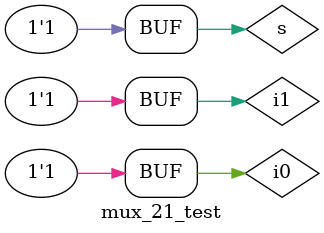
<source format=v>
module mux_21_test;
  reg i0,i1,s;
  wire y;
  mux_21 dut(y,i0,i1,s);
  initial begin
    s=1'b0;i0=1'b0;i1=1'b0;
 #5 s=1'b0;i0=1'b0;i1=1'b1;
 #5 s=1'b0;i0=1'b1;i1=1'b0;
 #5 s=1'b0;i0=1'b1;i1=1'b1;
 #5 s=1'b1;i0=1'b0;i1=1'b0;
 #5 s=1'b1;i0=1'b0;i1=1'b1;
 #5 s=1'b1;i0=1'b1;i1=1'b0;
 #5 s=1'b1;i0=1'b1;i1=1'b1;
  end
    initial begin 
    $monitor("sim time=%0t,i0=%b,i1=%b,s=%b,y=%b",$time,i0,i1,s,y);
    $dumpfile("dump.vcd");
      $dumpvars(1,mux_21_test);
  end 
endmodule
</source>
